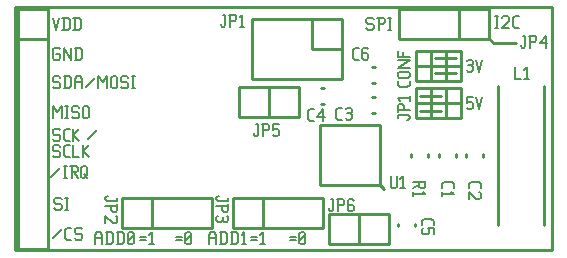
<source format=gbr>
G04 start of page 8 for group -4079 idx -4079 *
G04 Title: (unknown), topsilk *
G04 Creator: pcb 20110918 *
G04 CreationDate: Tue 27 Aug 2013 03:50:04 AM GMT UTC *
G04 For: ndholmes *
G04 Format: Gerber/RS-274X *
G04 PCB-Dimensions: 180000 82000 *
G04 PCB-Coordinate-Origin: lower left *
%MOIN*%
%FSLAX25Y25*%
%LNTOPSILK*%
%ADD53C,0.0080*%
%ADD52C,0.0100*%
G54D52*X158500Y71000D02*X160000Y69500D01*
X167500D01*
X500Y81500D02*Y500D01*
X179500D01*
Y81500D01*
X500D01*
G54D53*X13000Y48500D02*Y44500D01*
Y48500D02*X14500Y46500D01*
X16000Y48500D01*
Y44500D01*
X17200Y48500D02*X18200D01*
X17700D02*Y44500D01*
X17200D02*X18200D01*
X21400Y48500D02*X21900Y48000D01*
X19900Y48500D02*X21400D01*
X19400Y48000D02*X19900Y48500D01*
X19400Y48000D02*Y47000D01*
X19900Y46500D01*
X21400D01*
X21900Y46000D01*
Y45000D01*
X21400Y44500D02*X21900Y45000D01*
X19900Y44500D02*X21400D01*
X19400Y45000D02*X19900Y44500D01*
X23100Y48000D02*Y45000D01*
Y48000D02*X23600Y48500D01*
X24600D01*
X25100Y48000D01*
Y45000D01*
X24600Y44500D02*X25100Y45000D01*
X23600Y44500D02*X24600D01*
X23100Y45000D02*X23600Y44500D01*
X15000Y35500D02*X15500Y35000D01*
X13500Y35500D02*X15000D01*
X13000Y35000D02*X13500Y35500D01*
X13000Y35000D02*Y34000D01*
X13500Y33500D01*
X15000D01*
X15500Y33000D01*
Y32000D01*
X15000Y31500D02*X15500Y32000D01*
X13500Y31500D02*X15000D01*
X13000Y32000D02*X13500Y31500D01*
X17400D02*X18700D01*
X16700Y32200D02*X17400Y31500D01*
X16700Y34800D02*Y32200D01*
Y34800D02*X17400Y35500D01*
X18700D01*
X19900D02*Y31500D01*
X21900D01*
X23100Y35500D02*Y31500D01*
Y33500D02*X25100Y35500D01*
X23100Y33500D02*X25100Y31500D01*
X15000Y41000D02*X15500Y40500D01*
X13500Y41000D02*X15000D01*
X13000Y40500D02*X13500Y41000D01*
X13000Y40500D02*Y39500D01*
X13500Y39000D01*
X15000D01*
X15500Y38500D01*
Y37500D01*
X15000Y37000D02*X15500Y37500D01*
X13500Y37000D02*X15000D01*
X13000Y37500D02*X13500Y37000D01*
X17400D02*X18700D01*
X16700Y37700D02*X17400Y37000D01*
X16700Y40300D02*Y37700D01*
Y40300D02*X17400Y41000D01*
X18700D01*
X19900D02*Y37000D01*
Y39000D02*X21900Y41000D01*
X19900Y39000D02*X21900Y37000D01*
X24900Y37500D02*X27900Y40500D01*
X13000Y4500D02*X16000Y7500D01*
X17900Y4000D02*X19200D01*
X17200Y4700D02*X17900Y4000D01*
X17200Y7300D02*Y4700D01*
Y7300D02*X17900Y8000D01*
X19200D01*
X22400D02*X22900Y7500D01*
X20900Y8000D02*X22400D01*
X20400Y7500D02*X20900Y8000D01*
X20400Y7500D02*Y6500D01*
X20900Y6000D01*
X22400D01*
X22900Y5500D01*
Y4500D01*
X22400Y4000D02*X22900Y4500D01*
X20900Y4000D02*X22400D01*
X20400Y4500D02*X20900Y4000D01*
X15500Y18000D02*X16000Y17500D01*
X14000Y18000D02*X15500D01*
X13500Y17500D02*X14000Y18000D01*
X13500Y17500D02*Y16500D01*
X14000Y16000D01*
X15500D01*
X16000Y15500D01*
Y14500D01*
X15500Y14000D02*X16000Y14500D01*
X14000Y14000D02*X15500D01*
X13500Y14500D02*X14000Y14000D01*
X17200Y18000D02*X18200D01*
X17700D02*Y14000D01*
X17200D02*X18200D01*
X12500Y25000D02*X15500Y28000D01*
X16700Y28500D02*X17700D01*
X17200D02*Y24500D01*
X16700D02*X17700D01*
X18900Y28500D02*X20900D01*
X21400Y28000D01*
Y27000D01*
X20900Y26500D02*X21400Y27000D01*
X19400Y26500D02*X20900D01*
X19400Y28500D02*Y24500D01*
X20200Y26500D02*X21400Y24500D01*
X22600Y28000D02*Y25000D01*
Y28000D02*X23100Y28500D01*
X24100D01*
X24600Y28000D01*
Y25500D01*
X23600Y24500D02*X24600Y25500D01*
X23100Y24500D02*X23600D01*
X22600Y25000D02*X23100Y24500D01*
X23600Y26000D02*X24600Y24500D01*
X15000Y68000D02*X15500Y67500D01*
X13500Y68000D02*X15000D01*
X13000Y67500D02*X13500Y68000D01*
X13000Y67500D02*Y64500D01*
X13500Y64000D01*
X15000D01*
X15500Y64500D01*
Y65500D02*Y64500D01*
X15000Y66000D02*X15500Y65500D01*
X14000Y66000D02*X15000D01*
X16700Y68000D02*Y64000D01*
Y68000D02*X19200Y64000D01*
Y68000D02*Y64000D01*
X20900Y68000D02*Y64000D01*
X22200Y68000D02*X22900Y67300D01*
Y64700D01*
X22200Y64000D02*X22900Y64700D01*
X20400Y64000D02*X22200D01*
X20400Y68000D02*X22200D01*
X13000Y78000D02*X14000Y74000D01*
X15000Y78000D01*
X16700D02*Y74000D01*
X18000Y78000D02*X18700Y77300D01*
Y74700D01*
X18000Y74000D02*X18700Y74700D01*
X16200Y74000D02*X18000D01*
X16200Y78000D02*X18000D01*
X20400D02*Y74000D01*
X21700Y78000D02*X22400Y77300D01*
Y74700D01*
X21700Y74000D02*X22400Y74700D01*
X19900Y74000D02*X21700D01*
X19900Y78000D02*X21700D01*
X15000Y58500D02*X15500Y58000D01*
X13500Y58500D02*X15000D01*
X13000Y58000D02*X13500Y58500D01*
X13000Y58000D02*Y57000D01*
X13500Y56500D01*
X15000D01*
X15500Y56000D01*
Y55000D01*
X15000Y54500D02*X15500Y55000D01*
X13500Y54500D02*X15000D01*
X13000Y55000D02*X13500Y54500D01*
X17200Y58500D02*Y54500D01*
X18500Y58500D02*X19200Y57800D01*
Y55200D01*
X18500Y54500D02*X19200Y55200D01*
X16700Y54500D02*X18500D01*
X16700Y58500D02*X18500D01*
X20400Y57500D02*Y54500D01*
Y57500D02*X21100Y58500D01*
X22200D01*
X22900Y57500D01*
Y54500D01*
X20400Y56500D02*X22900D01*
X24100Y55000D02*X27100Y58000D01*
X28300Y58500D02*Y54500D01*
Y58500D02*X29800Y56500D01*
X31300Y58500D01*
Y54500D01*
X32500Y58000D02*Y55000D01*
Y58000D02*X33000Y58500D01*
X34000D01*
X34500Y58000D01*
Y55000D01*
X34000Y54500D02*X34500Y55000D01*
X33000Y54500D02*X34000D01*
X32500Y55000D02*X33000Y54500D01*
X37700Y58500D02*X38200Y58000D01*
X36200Y58500D02*X37700D01*
X35700Y58000D02*X36200Y58500D01*
X35700Y58000D02*Y57000D01*
X36200Y56500D01*
X37700D01*
X38200Y56000D01*
Y55000D01*
X37700Y54500D02*X38200Y55000D01*
X36200Y54500D02*X37700D01*
X35700Y55000D02*X36200Y54500D01*
X39400Y58500D02*X40400D01*
X39900D02*Y54500D01*
X39400D02*X40400D01*
X119500Y78000D02*X120000Y77500D01*
X118000Y78000D02*X119500D01*
X117500Y77500D02*X118000Y78000D01*
X117500Y77500D02*Y76500D01*
X118000Y76000D01*
X119500D01*
X120000Y75500D01*
Y74500D01*
X119500Y74000D02*X120000Y74500D01*
X118000Y74000D02*X119500D01*
X117500Y74500D02*X118000Y74000D01*
X121700Y78000D02*Y74000D01*
X121200Y78000D02*X123200D01*
X123700Y77500D01*
Y76500D01*
X123200Y76000D02*X123700Y76500D01*
X121700Y76000D02*X123200D01*
X124900Y78000D02*X125900D01*
X125400D02*Y74000D01*
X124900D02*X125900D01*
X128000Y45500D02*Y44700D01*
Y45500D02*X131500D01*
X132000Y45000D02*X131500Y45500D01*
X132000Y45000D02*Y44500D01*
X131500Y44000D02*X132000Y44500D01*
X131000Y44000D02*X131500D01*
X128000Y47200D02*X132000D01*
X128000Y48700D02*Y46700D01*
Y48700D02*X128500Y49200D01*
X129500D01*
X130000Y48700D02*X129500Y49200D01*
X130000Y48700D02*Y47200D01*
X128800Y50400D02*X128000Y51200D01*
X132000D01*
Y51900D02*Y50400D01*
Y56900D02*Y55600D01*
X131300Y54900D02*X132000Y55600D01*
X128700Y54900D02*X131300D01*
X128700D02*X128000Y55600D01*
Y56900D02*Y55600D01*
X128500Y58100D02*X131500D01*
X128500D02*X128000Y58600D01*
Y59600D02*Y58600D01*
Y59600D02*X128500Y60100D01*
X131500D01*
X132000Y59600D02*X131500Y60100D01*
X132000Y59600D02*Y58600D01*
X131500Y58100D02*X132000Y58600D01*
X128000Y61300D02*X132000D01*
X128000D02*X132000Y63800D01*
X128000D02*X132000D01*
X128000Y65000D02*X132000D01*
X128000Y67000D02*Y65000D01*
X129800Y66500D02*Y65000D01*
X160500Y78500D02*X161500D01*
X161000D02*Y74500D01*
X160500D02*X161500D01*
X162700Y78000D02*X163200Y78500D01*
X164700D01*
X165200Y78000D01*
Y77000D01*
X162700Y74500D02*X165200Y77000D01*
X162700Y74500D02*X165200D01*
X167100D02*X168400D01*
X166400Y75200D02*X167100Y74500D01*
X166400Y77800D02*Y75200D01*
Y77800D02*X167100Y78500D01*
X168400D01*
X151000Y51500D02*X153000D01*
X151000D02*Y49500D01*
X151500Y50000D01*
X152500D01*
X153000Y49500D01*
Y48000D01*
X152500Y47500D02*X153000Y48000D01*
X151500Y47500D02*X152500D01*
X151000Y48000D02*X151500Y47500D01*
X154200Y51500D02*X155200Y47500D01*
X156200Y51500D01*
X151000Y63500D02*X151500Y64000D01*
X152500D01*
X153000Y63500D01*
X152500Y60000D02*X153000Y60500D01*
X151500Y60000D02*X152500D01*
X151000Y60500D02*X151500Y60000D01*
Y62200D02*X152500D01*
X153000Y63500D02*Y62700D01*
Y61700D02*Y60500D01*
Y61700D02*X152500Y62200D01*
X153000Y62700D02*X152500Y62200D01*
X154200Y64000D02*X155200Y60000D01*
X156200Y64000D01*
X54000Y5000D02*X56000D01*
X54000Y4000D02*X56000D01*
X57200Y3000D02*X57700Y2500D01*
X57200Y6000D02*Y3000D01*
Y6000D02*X57700Y6500D01*
X58700D01*
X59200Y6000D01*
Y3000D01*
X58700Y2500D02*X59200Y3000D01*
X57700Y2500D02*X58700D01*
X57200Y3500D02*X59200Y5500D01*
X42000Y5000D02*X44000D01*
X42000Y4000D02*X44000D01*
X45200Y5700D02*X46000Y6500D01*
Y2500D01*
X45200D02*X46700D01*
X27000Y5500D02*Y2500D01*
Y5500D02*X27700Y6500D01*
X28800D01*
X29500Y5500D01*
Y2500D01*
X27000Y4500D02*X29500D01*
X31200Y6500D02*Y2500D01*
X32500Y6500D02*X33200Y5800D01*
Y3200D01*
X32500Y2500D02*X33200Y3200D01*
X30700Y2500D02*X32500D01*
X30700Y6500D02*X32500D01*
X34900D02*Y2500D01*
X36200Y6500D02*X36900Y5800D01*
Y3200D01*
X36200Y2500D02*X36900Y3200D01*
X34400Y2500D02*X36200D01*
X34400Y6500D02*X36200D01*
X38100Y3000D02*X38600Y2500D01*
X38100Y6000D02*Y3000D01*
Y6000D02*X38600Y6500D01*
X39600D01*
X40100Y6000D01*
Y3000D01*
X39600Y2500D02*X40100Y3000D01*
X38600Y2500D02*X39600D01*
X38100Y3500D02*X40100Y5500D01*
X79000Y5000D02*X81000D01*
X79000Y4000D02*X81000D01*
X82200Y5700D02*X83000Y6500D01*
Y2500D01*
X82200D02*X83700D01*
X92000Y5000D02*X94000D01*
X92000Y4000D02*X94000D01*
X95200Y3000D02*X95700Y2500D01*
X95200Y6000D02*Y3000D01*
Y6000D02*X95700Y6500D01*
X96700D01*
X97200Y6000D01*
Y3000D01*
X96700Y2500D02*X97200Y3000D01*
X95700Y2500D02*X96700D01*
X95200Y3500D02*X97200Y5500D01*
X65000D02*Y2500D01*
Y5500D02*X65700Y6500D01*
X66800D01*
X67500Y5500D01*
Y2500D01*
X65000Y4500D02*X67500D01*
X69200Y6500D02*Y2500D01*
X70500Y6500D02*X71200Y5800D01*
Y3200D01*
X70500Y2500D02*X71200Y3200D01*
X68700Y2500D02*X70500D01*
X68700Y6500D02*X70500D01*
X72900D02*Y2500D01*
X74200Y6500D02*X74900Y5800D01*
Y3200D01*
X74200Y2500D02*X74900Y3200D01*
X72400Y2500D02*X74200D01*
X72400Y6500D02*X74200D01*
X76100Y5700D02*X76900Y6500D01*
Y2500D01*
X76100D02*X77600D01*
G54D52*X1500Y81000D02*Y1000D01*
X11500D01*
Y81000D02*Y1000D01*
X1500Y81000D02*X11500D01*
X1500Y71000D02*X11500D01*
Y81000D02*Y71000D01*
X36000Y8000D02*X66000D01*
Y18000D02*Y8000D01*
X36000Y18000D02*X66000D01*
X36000D02*Y8000D01*
X46000Y18000D02*Y8000D01*
X36000Y18000D02*X46000D01*
X119607Y56245D02*X120393D01*
X119607Y61755D02*X120393D01*
X119607Y46245D02*X120393D01*
X119607Y51755D02*X120393D01*
X102607Y49245D02*X103393D01*
X102607Y54755D02*X103393D01*
X73000Y8000D02*X103000D01*
Y18000D02*Y8000D01*
X73000Y18000D02*X103000D01*
X73000D02*Y8000D01*
X83000Y18000D02*Y8000D01*
X73000Y18000D02*X83000D01*
X75000Y45000D02*X95000D01*
Y55000D02*Y45000D01*
X75000Y55000D02*X95000D01*
X75000D02*Y45000D01*
X85000Y55000D02*Y45000D01*
X75000Y55000D02*X85000D01*
X79500Y77500D02*X109500D01*
X79500D02*Y57500D01*
X109500D01*
Y77500D02*Y57500D01*
X99500Y77500D02*Y67500D01*
X109500D01*
X102250Y42162D02*Y22162D01*
X122250D01*
Y42162D02*Y22162D01*
X102250Y42162D02*X122250D01*
Y22162D02*X123608Y20804D01*
X105000Y2500D02*X125000D01*
Y12500D02*Y2500D01*
X105000Y12500D02*X125000D01*
X105000D02*Y2500D01*
X115000Y12500D02*Y2500D01*
X105000Y12500D02*X115000D01*
X128245Y9393D02*Y8607D01*
X133755Y9393D02*Y8607D01*
X128500Y81000D02*X158500D01*
X128500D02*Y71000D01*
X158500D01*
Y81000D02*Y71000D01*
X148500Y81000D02*Y71000D01*
X158500D01*
X176950Y55262D02*Y9062D01*
X161550Y55262D02*Y9062D01*
X138005Y32555D02*Y31769D01*
X132495Y32555D02*Y31769D01*
X147505Y32555D02*Y31769D01*
X141995Y32555D02*Y31769D01*
X156505Y32555D02*Y31769D01*
X150995Y32555D02*Y31769D01*
X134000Y44500D02*X149000D01*
Y49500D02*X134000D01*
Y54500D02*X149000D01*
Y44500D01*
X144000Y54500D02*Y44500D01*
X139000Y54500D02*Y44500D01*
X134000Y54500D02*Y44500D01*
X135500Y52000D02*X142500D01*
X135500Y47000D02*X142500D01*
X134000Y67000D02*X149000D01*
X134000Y62000D02*X149000D01*
X134000Y57000D02*X149000D01*
X134000Y67000D02*Y57000D01*
X139000Y67000D02*Y57000D01*
X144000Y67000D02*Y57000D01*
X149000Y67000D02*Y57000D01*
X140500Y59500D02*X147500D01*
X140500Y64500D02*X147500D01*
G54D53*X113700Y64000D02*X115000D01*
X113000Y64700D02*X113700Y64000D01*
X113000Y67300D02*Y64700D01*
Y67300D02*X113700Y68000D01*
X115000D01*
X117700D02*X118200Y67500D01*
X116700Y68000D02*X117700D01*
X116200Y67500D02*X116700Y68000D01*
X116200Y67500D02*Y64500D01*
X116700Y64000D01*
X117700Y66200D02*X118200Y65700D01*
X116200Y66200D02*X117700D01*
X116700Y64000D02*X117700D01*
X118200Y64500D01*
Y65700D02*Y64500D01*
X108200Y44000D02*X109500D01*
X107500Y44700D02*X108200Y44000D01*
X107500Y47300D02*Y44700D01*
Y47300D02*X108200Y48000D01*
X109500D01*
X110700Y47500D02*X111200Y48000D01*
X112200D01*
X112700Y47500D01*
X112200Y44000D02*X112700Y44500D01*
X111200Y44000D02*X112200D01*
X110700Y44500D02*X111200Y44000D01*
Y46200D02*X112200D01*
X112700Y47500D02*Y46700D01*
Y45700D02*Y44500D01*
Y45700D02*X112200Y46200D01*
X112700Y46700D02*X112200Y46200D01*
X105700Y17500D02*X106500D01*
Y14000D01*
X106000Y13500D02*X106500Y14000D01*
X105500Y13500D02*X106000D01*
X105000Y14000D02*X105500Y13500D01*
X105000Y14500D02*Y14000D01*
X108200Y17500D02*Y13500D01*
X107700Y17500D02*X109700D01*
X110200Y17000D01*
Y16000D01*
X109700Y15500D02*X110200Y16000D01*
X108200Y15500D02*X109700D01*
X112900Y17500D02*X113400Y17000D01*
X111900Y17500D02*X112900D01*
X111400Y17000D02*X111900Y17500D01*
X111400Y17000D02*Y14000D01*
X111900Y13500D01*
X112900Y15700D02*X113400Y15200D01*
X111400Y15700D02*X112900D01*
X111900Y13500D02*X112900D01*
X113400Y14000D01*
Y15200D02*Y14000D01*
X169700Y72000D02*X170500D01*
Y68500D01*
X170000Y68000D02*X170500Y68500D01*
X169500Y68000D02*X170000D01*
X169000Y68500D02*X169500Y68000D01*
X169000Y69000D02*Y68500D01*
X172200Y72000D02*Y68000D01*
X171700Y72000D02*X173700D01*
X174200Y71500D01*
Y70500D01*
X173700Y70000D02*X174200Y70500D01*
X172200Y70000D02*X173700D01*
X175400Y69500D02*X177400Y72000D01*
X175400Y69500D02*X177900D01*
X177400Y72000D02*Y68000D01*
X167000Y61500D02*Y57500D01*
X169000D01*
X170200Y60700D02*X171000Y61500D01*
Y57500D01*
X170200D02*X171700D01*
X125750Y25162D02*Y21662D01*
X126250Y21162D01*
X127250D01*
X127750Y21662D01*
Y25162D02*Y21662D01*
X128950Y24362D02*X129750Y25162D01*
Y21162D01*
X128950D02*X130450D01*
X137250Y23662D02*Y21662D01*
X136750Y21162D01*
X135750D02*X136750D01*
X135250Y21662D02*X135750Y21162D01*
X135250Y23162D02*Y21662D01*
X133250Y23162D02*X137250D01*
X135250Y22362D02*X133250Y21162D01*
X136450Y19962D02*X137250Y19162D01*
X133250D02*X137250D01*
X133250Y19962D02*Y18462D01*
X142750Y22462D02*Y21162D01*
X143450Y23162D02*X142750Y22462D01*
X143450Y23162D02*X146050D01*
X146750Y22462D01*
Y21162D01*
X145950Y19962D02*X146750Y19162D01*
X142750D02*X146750D01*
X142750Y19962D02*Y18462D01*
X151750Y22462D02*Y21162D01*
X152450Y23162D02*X151750Y22462D01*
X152450Y23162D02*X155050D01*
X155750Y22462D01*
Y21162D01*
X155250Y19962D02*X155750Y19462D01*
Y17962D01*
X155250Y17462D01*
X154250D02*X155250D01*
X151750Y19962D02*X154250Y17462D01*
X151750Y19962D02*Y17462D01*
X136000Y10300D02*Y9000D01*
X136700Y11000D02*X136000Y10300D01*
X136700Y11000D02*X139300D01*
X140000Y10300D01*
Y9000D01*
Y7800D02*Y5800D01*
X138000Y7800D02*X140000D01*
X138000D02*X138500Y7300D01*
Y6300D01*
X138000Y5800D01*
X136500D02*X138000D01*
X136000Y6300D02*X136500Y5800D01*
X136000Y7300D02*Y6300D01*
X136500Y7800D02*X136000Y7300D01*
X34500Y17800D02*Y17000D01*
X31000D02*X34500D01*
X30500Y17500D02*X31000Y17000D01*
X30500Y18000D02*Y17500D01*
X31000Y18500D02*X30500Y18000D01*
X31000Y18500D02*X31500D01*
X30500Y15300D02*X34500D01*
Y15800D02*Y13800D01*
X34000Y13300D01*
X33000D02*X34000D01*
X32500Y13800D02*X33000Y13300D01*
X32500Y15300D02*Y13800D01*
X34000Y12100D02*X34500Y11600D01*
Y10100D01*
X34000Y9600D01*
X33000D02*X34000D01*
X30500Y12100D02*X33000Y9600D01*
X30500Y12100D02*Y9600D01*
X98700Y43500D02*X100000D01*
X98000Y44200D02*X98700Y43500D01*
X98000Y46800D02*Y44200D01*
Y46800D02*X98700Y47500D01*
X100000D01*
X101200Y45000D02*X103200Y47500D01*
X101200Y45000D02*X103700D01*
X103200Y47500D02*Y43500D01*
X80700Y42500D02*X81500D01*
Y39000D01*
X81000Y38500D02*X81500Y39000D01*
X80500Y38500D02*X81000D01*
X80000Y39000D02*X80500Y38500D01*
X80000Y39500D02*Y39000D01*
X83200Y42500D02*Y38500D01*
X82700Y42500D02*X84700D01*
X85200Y42000D01*
Y41000D01*
X84700Y40500D02*X85200Y41000D01*
X83200Y40500D02*X84700D01*
X86400Y42500D02*X88400D01*
X86400D02*Y40500D01*
X86900Y41000D01*
X87900D01*
X88400Y40500D01*
Y39000D01*
X87900Y38500D02*X88400Y39000D01*
X86900Y38500D02*X87900D01*
X86400Y39000D02*X86900Y38500D01*
X69700Y79000D02*X70500D01*
Y75500D01*
X70000Y75000D02*X70500Y75500D01*
X69500Y75000D02*X70000D01*
X69000Y75500D02*X69500Y75000D01*
X69000Y76000D02*Y75500D01*
X72200Y79000D02*Y75000D01*
X71700Y79000D02*X73700D01*
X74200Y78500D01*
Y77500D01*
X73700Y77000D02*X74200Y77500D01*
X72200Y77000D02*X73700D01*
X75400Y78200D02*X76200Y79000D01*
Y75000D01*
X75400D02*X76900D01*
X71500Y17800D02*Y17000D01*
X68000D02*X71500D01*
X67500Y17500D02*X68000Y17000D01*
X67500Y18000D02*Y17500D01*
X68000Y18500D02*X67500Y18000D01*
X68000Y18500D02*X68500D01*
X67500Y15300D02*X71500D01*
Y15800D02*Y13800D01*
X71000Y13300D01*
X70000D02*X71000D01*
X69500Y13800D02*X70000Y13300D01*
X69500Y15300D02*Y13800D01*
X71000Y12100D02*X71500Y11600D01*
Y10600D01*
X71000Y10100D01*
X67500Y10600D02*X68000Y10100D01*
X67500Y11600D02*Y10600D01*
X68000Y12100D02*X67500Y11600D01*
X69700D02*Y10600D01*
X70200Y10100D02*X71000D01*
X68000D02*X69200D01*
X69700Y10600D01*
X70200Y10100D02*X69700Y10600D01*
M02*

</source>
